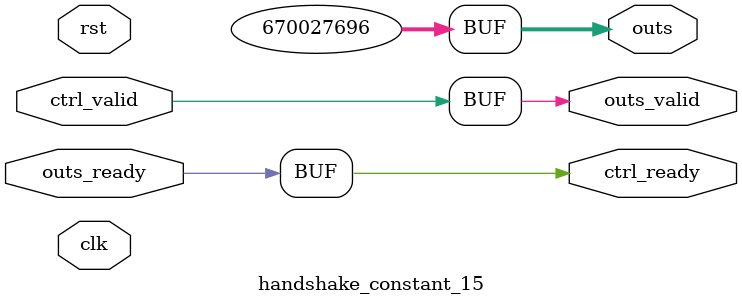
<source format=v>
`timescale 1ns / 1ps
module handshake_constant_15 #(
  parameter DATA_WIDTH = 32  // Default set to 32 bits
) (
  input                       clk,
  input                       rst,
  // Input Channel
  input                       ctrl_valid,
  output                      ctrl_ready,
  // Output Channel
  output [DATA_WIDTH - 1 : 0] outs,
  output                      outs_valid,
  input                       outs_ready
);
  assign outs       = 30'b100111111011111100111110110000;
  assign outs_valid = ctrl_valid;
  assign ctrl_ready = outs_ready;

endmodule

</source>
